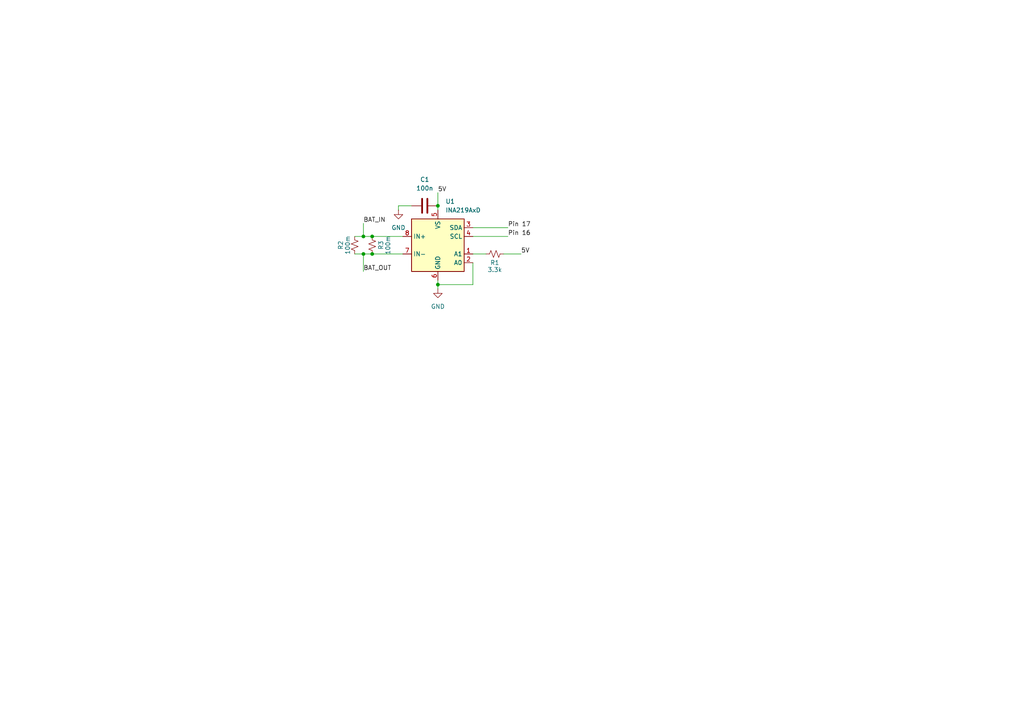
<source format=kicad_sch>
(kicad_sch (version 20231120) (generator "eeschema") (generator_version "8.0")
  (paper "A4")
  (lib_symbols
    (symbol "Device:C" (pin_numbers hide) (pin_names (offset 0.254))
      (property "Reference" "C" (at 0.635 2.54 0))
      (property "Value" "C" (at 0.635 -2.54 0))
      (symbol "C_0_1"
        (polyline (pts (xy -2.032 -0.762) (xy 2.032 -0.762)) (stroke (width 0.508)))
        (polyline (pts (xy -2.032 0.762) (xy 2.032 0.762)) (stroke (width 0.508)))
      )
      (symbol "C_1_1"
        (pin passive line (at 0 3.81 270) (length 2.794) (name "~") (number "1"))
        (pin passive line (at 0 -3.81 90) (length 2.794) (name "~") (number "2"))
      )
    )
    (symbol "Device:R_Small_US" (pin_numbers hide) (pin_names (offset 0.254) hide)
      (property "Reference" "R" (at 0.762 0.508 0))
      (property "Value" "R_Small_US" (at 0.762 -1.016 0))
      (symbol "R_Small_US_1_1"
        (polyline (pts (xy 0 0) (xy 1.016 -0.381) (xy 0 -0.762) (xy -1.016 -1.143) (xy 0 -1.524)))
        (polyline (pts (xy 0 1.524) (xy 1.016 1.143) (xy 0 0.762) (xy -1.016 0.381) (xy 0 0)))
        (pin passive line (at 0 2.54 270) (length 1.016) (name "~") (number "1"))
        (pin passive line (at 0 -2.54 90) (length 1.016) (name "~") (number "2"))
      )
    )
    (symbol "Sensor_Energy:INA219AxD"
      (property "Reference" "U" (at -6.35 8.89 0))
      (property "Value" "INA219AxD" (at 5.08 8.89 0))
      (symbol "INA219AxD_0_1"
        (rectangle (start -7.62 7.62) (end 7.62 -7.62) (stroke (width 0.254)) (fill (type background)))
      )
      (symbol "INA219AxD_1_1"
        (pin input line (at 10.16 -2.54 180) (length 2.54) (name "A1") (number "1"))
        (pin input line (at 10.16 -5.08 180) (length 2.54) (name "A0") (number "2"))
        (pin bidirectional line (at 10.16 5.08 180) (length 2.54) (name "SDA") (number "3"))
        (pin input line (at 10.16 2.54 180) (length 2.54) (name "SCL") (number "4"))
        (pin power_in line (at 0 10.16 270) (length 2.54) (name "VS") (number "5"))
        (pin power_in line (at 0 -10.16 90) (length 2.54) (name "GND") (number "6"))
        (pin input line (at -10.16 -2.54 0) (length 2.54) (name "IN-") (number "7"))
        (pin input line (at -10.16 2.54 0) (length 2.54) (name "IN+") (number "8"))
      )
    )
    (symbol "power:GND" (power) (pin_numbers hide) (pin_names (offset 0) hide)
      (property "Value" "GND" (at 0 -3.81 0))
      (symbol "GND_0_1"
        (polyline (pts (xy 0 0) (xy 0 -1.27) (xy 1.27 -1.27) (xy 0 -2.54) (xy -1.27 -1.27) (xy 0 -1.27)))
      )
      (symbol "GND_1_1"
        (pin power_in line (at 0 0 270) (length 0) (name "~") (number "1"))
      )
    )
  )
  (junction (at 107.95 68.58))
  (junction (at 127 59.69))
  (junction (at 105.41 73.66))
  (junction (at 107.95 73.66))
  (junction (at 127 82.55))
  (junction (at 105.41 68.58))
  (wire (pts (xy 107.95 73.66) (xy 116.84 73.66)))
  (wire (pts (xy 127 82.55) (xy 127 83.82)))
  (wire (pts (xy 146.05 73.66) (xy 151.13 73.66)))
  (wire (pts (xy 137.16 73.66) (xy 140.97 73.66)))
  (wire (pts (xy 137.16 68.58) (xy 147.32 68.58)))
  (wire (pts (xy 107.95 68.58) (xy 116.84 68.58)))
  (wire (pts (xy 115.57 59.69) (xy 115.57 60.96)))
  (wire (pts (xy 105.41 68.58) (xy 107.95 68.58)))
  (wire (pts (xy 137.16 66.04) (xy 147.32 66.04)))
  (wire (pts (xy 127 55.88) (xy 127 59.69)))
  (wire (pts (xy 102.87 73.66) (xy 105.41 73.66)))
  (wire (pts (xy 119.38 59.69) (xy 115.57 59.69)))
  (wire (pts (xy 127 81.28) (xy 127 82.55)))
  (wire (pts (xy 105.41 73.66) (xy 105.41 78.74)))
  (wire (pts (xy 105.41 64.77) (xy 105.41 68.58)))
  (wire (pts (xy 127 59.69) (xy 127 60.96)))
  (wire (pts (xy 137.16 76.2) (xy 137.16 82.55)))
  (wire (pts (xy 105.41 73.66) (xy 107.95 73.66)))
  (wire (pts (xy 102.87 68.58) (xy 105.41 68.58)))
  (wire (pts (xy 137.16 82.55) (xy 127 82.55)))
  (label "BAT_IN" (at 105.41 64.77 0))
  (label "BAT_OUT" (at 105.41 78.74 0))
  (label "5V" (at 151.13 73.66 0))
  (label "5V" (at 127 55.88 0))
  (label "Pin 17" (at 147.32 66.04 0))
  (label "Pin 16" (at 147.32 68.58 0))
  (symbol (lib_id "Device:R_Small_US") (at 107.95 71.12 180) (unit 1)
    (property "Reference" "R3" (at 110.49 71.12 90))
    (property "Value" "100m" (at 112.522 71.12 90))
    (property "Footprint" "Resistor_SMD:R_1206_3216Metric_Pad1.30x1.75mm_HandSolder" (effects (hide yes)))
    (property "Datasheet" "https://jlcpcb.com/api/file/downloadByFileSystemAccessId/8579705901890404352" (effects (hide yes)))
    (property "Description" "Resistor, small US symbol" (effects (hide yes)))
    (property "JLCPCB #" "C25334" (effects (hide yes)))
  )
  (symbol (lib_id "Device:C") (at 123.19 59.69 90) (unit 1)
    (property "Reference" "C1" (at 123.19 52.07 90))
    (property "Value" "100n" (at 123.19 54.61 90))
    (property "Footprint" "Capacitor_SMD:C_0603_1608Metric_Pad1.08x0.95mm_HandSolder" (effects (hide yes)))
    (property "Datasheet" "https://jlcpcb.com/api/file/downloadByFileSystemAccessId/8579707083955945472" (effects (hide yes)))
    (property "Description" "Unpolarized capacitor" (effects (hide yes)))
    (property "JLCPCB Part #" "C14663" (effects (hide yes)))
  )
  (symbol (lib_id "Sensor_Energy:INA219AxD") (at 127 71.12 0) (unit 1)
    (property "Reference" "U1" (at 129.1941 58.42 0) (effects (justify left)))
    (property "Value" "INA219AxD" (at 129.1941 60.96 0) (effects (justify left)))
    (property "Footprint" "INA219AIDCNR:SOT65P280X145-8N" (effects (hide yes)))
    (property "Datasheet" "https://jlcpcb.com/api/file/downloadByFileSystemAccessId/8586200525100486656" (effects (hide yes)))
    (property "Description" "Zero-Drift, Bidirectional Current/Power Monitor (0-26V) With I2C Interface, SOIC-8" (effects (hide yes)))
    (property "JLCPCB Part #" "C87469 " (effects (hide yes)))
  )
  (symbol (lib_id "Device:R_Small_US") (at 143.51 73.66 90) (unit 1)
    (property "Reference" "R1" (at 143.51 76.2 90))
    (property "Value" "3.3k" (at 143.51 78.232 90))
    (property "Footprint" "Resistor_SMD:R_0603_1608Metric_Pad0.98x0.95mm_HandSolder" (effects (hide yes)))
    (property "Datasheet" "https://jlcpcb.com/api/file/downloadByFileSystemAccessId/8579706198066577408" (effects (hide yes)))
    (property "Description" "Resistor, small US symbol" (effects (hide yes)))
    (property "JLCPCB Part #" "C22978" (effects (hide yes)))
  )
  (symbol (lib_id "power:GND") (at 115.57 60.96 0) (unit 1)
    (property "Reference" "#PWR02" (effects (hide yes)))
    (property "Value" "GND" (at 115.57 66.04 0))
    (property "Description" "Power symbol creates a global label with name \"GND\" , ground" (effects (hide yes)))
  )
  (symbol (lib_id "Device:R_Small_US") (at 102.87 71.12 180) (unit 1)
    (property "Reference" "R2" (at 98.806 71.12 90))
    (property "Value" "100m" (at 100.838 71.12 90))
    (property "Footprint" "Resistor_SMD:R_1206_3216Metric_Pad1.30x1.75mm_HandSolder" (effects (hide yes)))
    (property "Datasheet" "https://jlcpcb.com/api/file/downloadByFileSystemAccessId/8579705901890404352" (effects (hide yes)))
    (property "Description" "Resistor, small US symbol" (effects (hide yes)))
    (property "JLCPCB #" "C25334" (effects (hide yes)))
  )
  (symbol (lib_id "power:GND") (at 127 83.82 0) (unit 1)
    (property "Reference" "#PWR01" (effects (hide yes)))
    (property "Value" "GND" (at 127 88.9 0))
    (property "Description" "Power symbol creates a global label with name \"GND\" , ground" (effects (hide yes)))
  )
)
</source>
